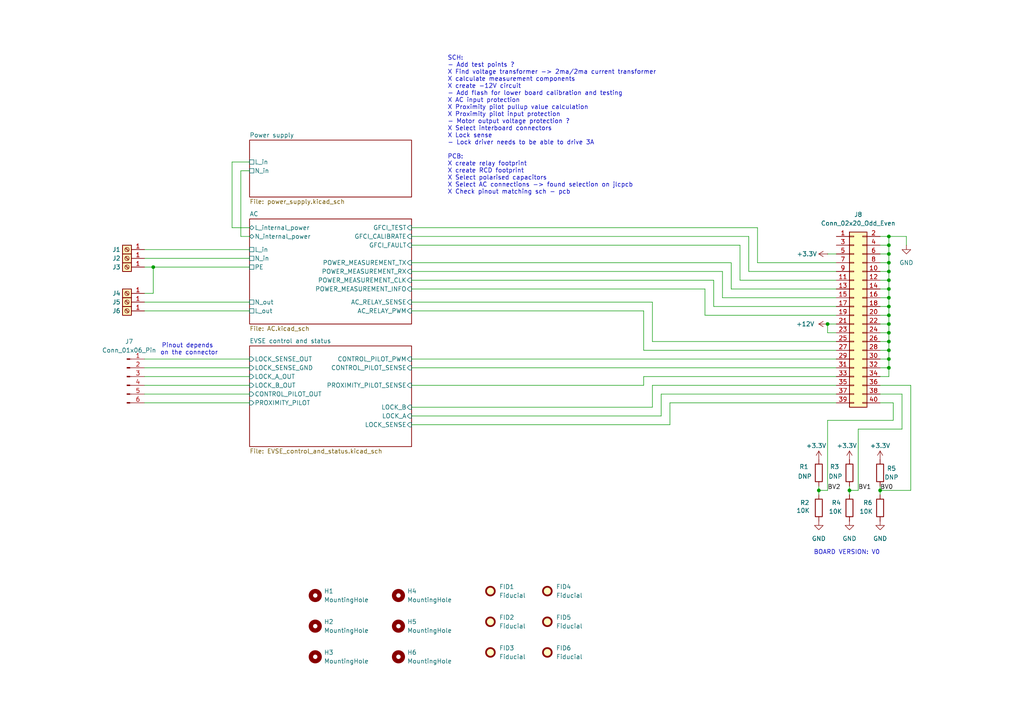
<source format=kicad_sch>
(kicad_sch (version 20231120) (generator "eeschema") (generator_version "8.0")
  (paper "A4")
  (title_block (title "EVSE") (date "2024-07-14") (rev "V2") (company "Blue Dot d.o.o.") (comment 1 "Lovro Oreskovic"))
  (lib_symbols
    (symbol "Connector:Conn_01x06_Pin" (pin_names (offset 1.016) hide)
      (property "Reference" "J" (at 0 7.62 0))
      (property "Value" "Conn_01x06_Pin" (at 0 -10.16 0))
      (symbol "Conn_01x06_Pin_1_1"
        (polyline (pts (xy 1.27 -7.62) (xy 0.8636 -7.62)) (stroke (width 0.1524)))
        (polyline (pts (xy 1.27 -5.08) (xy 0.8636 -5.08)) (stroke (width 0.1524)))
        (polyline (pts (xy 1.27 -2.54) (xy 0.8636 -2.54)) (stroke (width 0.1524)))
        (polyline (pts (xy 1.27 0) (xy 0.8636 0)) (stroke (width 0.1524)))
        (polyline (pts (xy 1.27 2.54) (xy 0.8636 2.54)) (stroke (width 0.1524)))
        (polyline (pts (xy 1.27 5.08) (xy 0.8636 5.08)) (stroke (width 0.1524)))
        (rectangle (start 0.8636 -7.493) (end 0 -7.747) (stroke (width 0.1524)) (fill (type outline)))
        (rectangle (start 0.8636 -4.953) (end 0 -5.207) (stroke (width 0.1524)) (fill (type outline)))
        (rectangle (start 0.8636 -2.413) (end 0 -2.667) (stroke (width 0.1524)) (fill (type outline)))
        (rectangle (start 0.8636 0.127) (end 0 -0.127) (stroke (width 0.1524)) (fill (type outline)))
        (rectangle (start 0.8636 2.667) (end 0 2.413) (stroke (width 0.1524)) (fill (type outline)))
        (rectangle (start 0.8636 5.207) (end 0 4.953) (stroke (width 0.1524)) (fill (type outline)))
        (pin passive line (at 5.08 5.08 180) (length 3.81) (name "Pin_1") (number "1"))
        (pin passive line (at 5.08 2.54 180) (length 3.81) (name "Pin_2") (number "2"))
        (pin passive line (at 5.08 0 180) (length 3.81) (name "Pin_3") (number "3"))
        (pin passive line (at 5.08 -2.54 180) (length 3.81) (name "Pin_4") (number "4"))
        (pin passive line (at 5.08 -5.08 180) (length 3.81) (name "Pin_5") (number "5"))
        (pin passive line (at 5.08 -7.62 180) (length 3.81) (name "Pin_6") (number "6"))
      )
    )
    (symbol "Connector:Screw_Terminal_01x01" (pin_names (offset 1.016) hide)
      (property "Reference" "J" (at 0 2.54 0))
      (property "Value" "Screw_Terminal_01x01" (at 0 -2.54 0))
      (symbol "Screw_Terminal_01x01_1_1"
        (rectangle (start -1.27 1.27) (end 1.27 -1.27) (stroke (width 0.254)) (fill (type background)))
        (polyline (pts (xy -0.5334 0.3302) (xy 0.3302 -0.508)) (stroke (width 0.1524)))
        (polyline (pts (xy -0.3556 0.508) (xy 0.508 -0.3302)) (stroke (width 0.1524)))
        (circle (center 0 0) (radius 0.635) (stroke (width 0.1524)))
        (pin passive line (at -5.08 0 0) (length 3.81) (name "Pin_1") (number "1"))
      )
    )
    (symbol "Connector_Generic:Conn_02x20_Odd_Even" (pin_names (offset 1.016) hide)
      (property "Reference" "J" (at 1.27 25.4 0))
      (property "Value" "Conn_02x20_Odd_Even" (at 1.27 -27.94 0))
      (symbol "Conn_02x20_Odd_Even_1_1"
        (rectangle (start -1.27 -25.273) (end 0 -25.527) (stroke (width 0.1524)))
        (rectangle (start -1.27 -22.733) (end 0 -22.987) (stroke (width 0.1524)))
        (rectangle (start -1.27 -20.193) (end 0 -20.447) (stroke (width 0.1524)))
        (rectangle (start -1.27 -17.653) (end 0 -17.907) (stroke (width 0.1524)))
        (rectangle (start -1.27 -15.113) (end 0 -15.367) (stroke (width 0.1524)))
        (rectangle (start -1.27 -12.573) (end 0 -12.827) (stroke (width 0.1524)))
        (rectangle (start -1.27 -10.033) (end 0 -10.287) (stroke (width 0.1524)))
        (rectangle (start -1.27 -7.493) (end 0 -7.747) (stroke (width 0.1524)))
        (rectangle (start -1.27 -4.953) (end 0 -5.207) (stroke (width 0.1524)))
        (rectangle (start -1.27 -2.413) (end 0 -2.667) (stroke (width 0.1524)))
        (rectangle (start -1.27 0.127) (end 0 -0.127) (stroke (width 0.1524)))
        (rectangle (start -1.27 2.667) (end 0 2.413) (stroke (width 0.1524)))
        (rectangle (start -1.27 5.207) (end 0 4.953) (stroke (width 0.1524)))
        (rectangle (start -1.27 7.747) (end 0 7.493) (stroke (width 0.1524)))
        (rectangle (start -1.27 10.287) (end 0 10.033) (stroke (width 0.1524)))
        (rectangle (start -1.27 12.827) (end 0 12.573) (stroke (width 0.1524)))
        (rectangle (start -1.27 15.367) (end 0 15.113) (stroke (width 0.1524)))
        (rectangle (start -1.27 17.907) (end 0 17.653) (stroke (width 0.1524)))
        (rectangle (start -1.27 20.447) (end 0 20.193) (stroke (width 0.1524)))
        (rectangle (start -1.27 22.987) (end 0 22.733) (stroke (width 0.1524)))
        (rectangle (start -1.27 24.13) (end 3.81 -26.67) (stroke (width 0.254)) (fill (type background)))
        (rectangle (start 3.81 -25.273) (end 2.54 -25.527) (stroke (width 0.1524)))
        (rectangle (start 3.81 -22.733) (end 2.54 -22.987) (stroke (width 0.1524)))
        (rectangle (start 3.81 -20.193) (end 2.54 -20.447) (stroke (width 0.1524)))
        (rectangle (start 3.81 -17.653) (end 2.54 -17.907) (stroke (width 0.1524)))
        (rectangle (start 3.81 -15.113) (end 2.54 -15.367) (stroke (width 0.1524)))
        (rectangle (start 3.81 -12.573) (end 2.54 -12.827) (stroke (width 0.1524)))
        (rectangle (start 3.81 -10.033) (end 2.54 -10.287) (stroke (width 0.1524)))
        (rectangle (start 3.81 -7.493) (end 2.54 -7.747) (stroke (width 0.1524)))
        (rectangle (start 3.81 -4.953) (end 2.54 -5.207) (stroke (width 0.1524)))
        (rectangle (start 3.81 -2.413) (end 2.54 -2.667) (stroke (width 0.1524)))
        (rectangle (start 3.81 0.127) (end 2.54 -0.127) (stroke (width 0.1524)))
        (rectangle (start 3.81 2.667) (end 2.54 2.413) (stroke (width 0.1524)))
        (rectangle (start 3.81 5.207) (end 2.54 4.953) (stroke (width 0.1524)))
        (rectangle (start 3.81 7.747) (end 2.54 7.493) (stroke (width 0.1524)))
        (rectangle (start 3.81 10.287) (end 2.54 10.033) (stroke (width 0.1524)))
        (rectangle (start 3.81 12.827) (end 2.54 12.573) (stroke (width 0.1524)))
        (rectangle (start 3.81 15.367) (end 2.54 15.113) (stroke (width 0.1524)))
        (rectangle (start 3.81 17.907) (end 2.54 17.653) (stroke (width 0.1524)))
        (rectangle (start 3.81 20.447) (end 2.54 20.193) (stroke (width 0.1524)))
        (rectangle (start 3.81 22.987) (end 2.54 22.733) (stroke (width 0.1524)))
        (pin passive line (at -5.08 22.86 0) (length 3.81) (name "Pin_1") (number "1"))
        (pin passive line (at 7.62 12.7 180) (length 3.81) (name "Pin_10") (number "10"))
        (pin passive line (at -5.08 10.16 0) (length 3.81) (name "Pin_11") (number "11"))
        (pin passive line (at 7.62 10.16 180) (length 3.81) (name "Pin_12") (number "12"))
        (pin passive line (at -5.08 7.62 0) (length 3.81) (name "Pin_13") (number "13"))
        (pin passive line (at 7.62 7.62 180) (length 3.81) (name "Pin_14") (number "14"))
        (pin passive line (at -5.08 5.08 0) (length 3.81) (name "Pin_15") (number "15"))
        (pin passive line (at 7.62 5.08 180) (length 3.81) (name "Pin_16") (number "16"))
        (pin passive line (at -5.08 2.54 0) (length 3.81) (name "Pin_17") (number "17"))
        (pin passive line (at 7.62 2.54 180) (length 3.81) (name "Pin_18") (number "18"))
        (pin passive line (at -5.08 0 0) (length 3.81) (name "Pin_19") (number "19"))
        (pin passive line (at 7.62 22.86 180) (length 3.81) (name "Pin_2") (number "2"))
        (pin passive line (at 7.62 0 180) (length 3.81) (name "Pin_20") (number "20"))
        (pin passive line (at -5.08 -2.54 0) (length 3.81) (name "Pin_21") (number "21"))
        (pin passive line (at 7.62 -2.54 180) (length 3.81) (name "Pin_22") (number "22"))
        (pin passive line (at -5.08 -5.08 0) (length 3.81) (name "Pin_23") (number "23"))
        (pin passive line (at 7.62 -5.08 180) (length 3.81) (name "Pin_24") (number "24"))
        (pin passive line (at -5.08 -7.62 0) (length 3.81) (name "Pin_25") (number "25"))
        (pin passive line (at 7.62 -7.62 180) (length 3.81) (name "Pin_26") (number "26"))
        (pin passive line (at -5.08 -10.16 0) (length 3.81) (name "Pin_27") (number "27"))
        (pin passive line (at 7.62 -10.16 180) (length 3.81) (name "Pin_28") (number "28"))
        (pin passive line (at -5.08 -12.7 0) (length 3.81) (name "Pin_29") (number "29"))
        (pin passive line (at -5.08 20.32 0) (length 3.81) (name "Pin_3") (number "3"))
        (pin passive line (at 7.62 -12.7 180) (length 3.81) (name "Pin_30") (number "30"))
        (pin passive line (at -5.08 -15.24 0) (length 3.81) (name "Pin_31") (number "31"))
        (pin passive line (at 7.62 -15.24 180) (length 3.81) (name "Pin_32") (number "32"))
        (pin passive line (at -5.08 -17.78 0) (length 3.81) (name "Pin_33") (number "33"))
        (pin passive line (at 7.62 -17.78 180) (length 3.81) (name "Pin_34") (number "34"))
        (pin passive line (at -5.08 -20.32 0) (length 3.81) (name "Pin_35") (number "35"))
        (pin passive line (at 7.62 -20.32 180) (length 3.81) (name "Pin_36") (number "36"))
        (pin passive line (at -5.08 -22.86 0) (length 3.81) (name "Pin_37") (number "37"))
        (pin passive line (at 7.62 -22.86 180) (length 3.81) (name "Pin_38") (number "38"))
        (pin passive line (at -5.08 -25.4 0) (length 3.81) (name "Pin_39") (number "39"))
        (pin passive line (at 7.62 20.32 180) (length 3.81) (name "Pin_4") (number "4"))
        (pin passive line (at 7.62 -25.4 180) (length 3.81) (name "Pin_40") (number "40"))
        (pin passive line (at -5.08 17.78 0) (length 3.81) (name "Pin_5") (number "5"))
        (pin passive line (at 7.62 17.78 180) (length 3.81) (name "Pin_6") (number "6"))
        (pin passive line (at -5.08 15.24 0) (length 3.81) (name "Pin_7") (number "7"))
        (pin passive line (at 7.62 15.24 180) (length 3.81) (name "Pin_8") (number "8"))
        (pin passive line (at -5.08 12.7 0) (length 3.81) (name "Pin_9") (number "9"))
      )
    )
    (symbol "Device:R" (pin_numbers hide) (pin_names (offset 0))
      (property "Reference" "R" (at 2.032 0 90))
      (property "Value" "R" (at 0 0 90))
      (symbol "R_0_1"
        (rectangle (start -1.016 -2.54) (end 1.016 2.54) (stroke (width 0.254)))
      )
      (symbol "R_1_1"
        (pin passive line (at 0 3.81 270) (length 1.27) (name "~") (number "1"))
        (pin passive line (at 0 -3.81 90) (length 1.27) (name "~") (number "2"))
      )
    )
    (symbol "Mechanical:Fiducial" (exclude_from_sim yes) (in_bom no)
      (property "Reference" "FID" (at 0 5.08 0))
      (property "Value" "Fiducial" (at 0 3.175 0))
      (symbol "Fiducial_0_1"
        (circle (center 0 0) (radius 1.27) (stroke (width 0.508)) (fill (type background)))
      )
    )
    (symbol "Mechanical:MountingHole" (pin_names (offset 1.016)) (exclude_from_sim yes) (in_bom no)
      (property "Reference" "H" (at 0 5.08 0))
      (property "Value" "MountingHole" (at 0 3.175 0))
      (symbol "MountingHole_0_1"
        (circle (center 0 0) (radius 1.27) (stroke (width 1.27)))
      )
    )
    (symbol "power:+12V" (power) (pin_numbers hide) (pin_names (offset 0) hide)
      (property "Value" "+12V" (at 0 3.556 0))
      (symbol "+12V_0_1"
        (polyline (pts (xy -0.762 1.27) (xy 0 2.54)))
        (polyline (pts (xy 0 0) (xy 0 2.54)))
        (polyline (pts (xy 0 2.54) (xy 0.762 1.27)))
      )
      (symbol "+12V_1_1"
        (pin power_in line (at 0 0 90) (length 0) (name "~") (number "1"))
      )
    )
    (symbol "power:+3.3V" (power) (pin_numbers hide) (pin_names (offset 0) hide)
      (property "Value" "+3.3V" (at 0 3.556 0))
      (symbol "+3.3V_0_1"
        (polyline (pts (xy -0.762 1.27) (xy 0 2.54)))
        (polyline (pts (xy 0 0) (xy 0 2.54)))
        (polyline (pts (xy 0 2.54) (xy 0.762 1.27)))
      )
      (symbol "+3.3V_1_1"
        (pin power_in line (at 0 0 90) (length 0) (name "~") (number "1"))
      )
    )
    (symbol "power:GND" (power) (pin_numbers hide) (pin_names (offset 0) hide)
      (property "Value" "GND" (at 0 -3.81 0))
      (symbol "GND_0_1"
        (polyline (pts (xy 0 0) (xy 0 -1.27) (xy 1.27 -1.27) (xy 0 -2.54) (xy -1.27 -1.27) (xy 0 -1.27)))
      )
      (symbol "GND_1_1"
        (pin power_in line (at 0 0 270) (length 0) (name "~") (number "1"))
      )
    )
  )
  (junction (at 240.03 93.98))
  (junction (at 257.81 81.28))
  (junction (at 257.81 68.58))
  (junction (at 257.81 73.66))
  (junction (at 257.81 88.9))
  (junction (at 257.81 83.82))
  (junction (at 257.81 78.74))
  (junction (at 257.81 99.06))
  (junction (at 257.81 104.14))
  (junction (at 257.81 86.36))
  (junction (at 257.81 91.44))
  (junction (at 44.45 77.47))
  (junction (at 246.38 142.24))
  (junction (at 255.27 142.24))
  (junction (at 237.49 142.24))
  (junction (at 257.81 76.2))
  (junction (at 257.81 101.6))
  (junction (at 257.81 71.12))
  (junction (at 257.81 96.52))
  (junction (at 257.81 106.68))
  (junction (at 257.81 93.98))
  (wire (pts (xy 209.55 86.36) (xy 242.57 86.36)))
  (wire (pts (xy 255.27 142.24) (xy 255.27 143.51)))
  (wire (pts (xy 72.39 66.04) (xy 67.31 66.04)))
  (wire (pts (xy 119.38 118.11) (xy 189.23 118.11)))
  (wire (pts (xy 257.81 76.2) (xy 257.81 78.74)))
  (wire (pts (xy 41.91 90.17) (xy 72.39 90.17)))
  (wire (pts (xy 119.38 123.19) (xy 194.31 123.19)))
  (wire (pts (xy 255.27 88.9) (xy 257.81 88.9)))
  (wire (pts (xy 119.38 87.63) (xy 189.23 87.63)))
  (wire (pts (xy 240.03 121.92) (xy 259.08 121.92)))
  (wire (pts (xy 41.91 104.14) (xy 72.39 104.14)))
  (wire (pts (xy 209.55 78.74) (xy 209.55 86.36)))
  (wire (pts (xy 255.27 68.58) (xy 257.81 68.58)))
  (wire (pts (xy 255.27 93.98) (xy 257.81 93.98)))
  (wire (pts (xy 119.38 83.82) (xy 204.47 83.82)))
  (wire (pts (xy 248.92 124.46) (xy 248.92 142.24)))
  (wire (pts (xy 255.27 140.97) (xy 255.27 142.24)))
  (wire (pts (xy 212.09 76.2) (xy 212.09 83.82)))
  (wire (pts (xy 255.27 109.22) (xy 257.81 109.22)))
  (wire (pts (xy 41.91 106.68) (xy 72.39 106.68)))
  (wire (pts (xy 41.91 114.3) (xy 72.39 114.3)))
  (wire (pts (xy 41.91 77.47) (xy 44.45 77.47)))
  (wire (pts (xy 255.27 76.2) (xy 257.81 76.2)))
  (wire (pts (xy 119.38 81.28) (xy 207.01 81.28)))
  (wire (pts (xy 119.38 71.12) (xy 214.63 71.12)))
  (wire (pts (xy 257.81 101.6) (xy 257.81 104.14)))
  (wire (pts (xy 261.62 114.3) (xy 261.62 124.46)))
  (wire (pts (xy 204.47 83.82) (xy 204.47 91.44)))
  (wire (pts (xy 186.69 101.6) (xy 242.57 101.6)))
  (wire (pts (xy 212.09 83.82) (xy 242.57 83.82)))
  (wire (pts (xy 186.69 111.76) (xy 186.69 109.22)))
  (wire (pts (xy 261.62 124.46) (xy 248.92 124.46)))
  (wire (pts (xy 246.38 142.24) (xy 248.92 142.24)))
  (wire (pts (xy 72.39 46.99) (xy 67.31 46.99)))
  (wire (pts (xy 72.39 49.53) (xy 69.85 49.53)))
  (wire (pts (xy 217.17 78.74) (xy 242.57 78.74)))
  (wire (pts (xy 119.38 78.74) (xy 209.55 78.74)))
  (wire (pts (xy 246.38 140.97) (xy 246.38 142.24)))
  (wire (pts (xy 207.01 88.9) (xy 242.57 88.9)))
  (wire (pts (xy 119.38 106.68) (xy 242.57 106.68)))
  (wire (pts (xy 240.03 121.92) (xy 240.03 142.24)))
  (wire (pts (xy 41.91 85.09) (xy 44.45 85.09)))
  (wire (pts (xy 41.91 116.84) (xy 72.39 116.84)))
  (wire (pts (xy 257.81 71.12) (xy 257.81 73.66)))
  (wire (pts (xy 240.03 93.98) (xy 240.03 96.52)))
  (wire (pts (xy 69.85 49.53) (xy 69.85 68.58)))
  (wire (pts (xy 255.27 73.66) (xy 257.81 73.66)))
  (wire (pts (xy 191.77 120.65) (xy 191.77 114.3)))
  (wire (pts (xy 69.85 68.58) (xy 72.39 68.58)))
  (wire (pts (xy 41.91 72.39) (xy 72.39 72.39)))
  (wire (pts (xy 41.91 111.76) (xy 72.39 111.76)))
  (wire (pts (xy 255.27 111.76) (xy 264.16 111.76)))
  (wire (pts (xy 257.81 68.58) (xy 257.81 71.12)))
  (wire (pts (xy 194.31 123.19) (xy 194.31 116.84)))
  (wire (pts (xy 257.81 106.68) (xy 257.81 109.22)))
  (wire (pts (xy 255.27 101.6) (xy 257.81 101.6)))
  (wire (pts (xy 41.91 74.93) (xy 72.39 74.93)))
  (wire (pts (xy 189.23 99.06) (xy 189.23 87.63)))
  (wire (pts (xy 257.81 83.82) (xy 257.81 86.36)))
  (wire (pts (xy 255.27 71.12) (xy 257.81 71.12)))
  (wire (pts (xy 262.89 68.58) (xy 257.81 68.58)))
  (wire (pts (xy 207.01 81.28) (xy 207.01 88.9)))
  (wire (pts (xy 257.81 99.06) (xy 257.81 101.6)))
  (wire (pts (xy 240.03 73.66) (xy 242.57 73.66)))
  (wire (pts (xy 119.38 76.2) (xy 212.09 76.2)))
  (wire (pts (xy 257.81 104.14) (xy 257.81 106.68)))
  (wire (pts (xy 257.81 91.44) (xy 257.81 93.98)))
  (wire (pts (xy 255.27 91.44) (xy 257.81 91.44)))
  (wire (pts (xy 44.45 85.09) (xy 44.45 77.47)))
  (wire (pts (xy 67.31 66.04) (xy 67.31 46.99)))
  (wire (pts (xy 257.81 88.9) (xy 257.81 91.44)))
  (wire (pts (xy 214.63 71.12) (xy 214.63 81.28)))
  (wire (pts (xy 255.27 86.36) (xy 257.81 86.36)))
  (wire (pts (xy 257.81 81.28) (xy 257.81 83.82)))
  (wire (pts (xy 219.71 76.2) (xy 219.71 66.04)))
  (wire (pts (xy 240.03 93.98) (xy 242.57 93.98)))
  (wire (pts (xy 255.27 104.14) (xy 257.81 104.14)))
  (wire (pts (xy 242.57 99.06) (xy 189.23 99.06)))
  (wire (pts (xy 240.03 142.24) (xy 237.49 142.24)))
  (wire (pts (xy 257.81 73.66) (xy 257.81 76.2)))
  (wire (pts (xy 119.38 90.17) (xy 186.69 90.17)))
  (wire (pts (xy 189.23 111.76) (xy 189.23 118.11)))
  (wire (pts (xy 191.77 114.3) (xy 242.57 114.3)))
  (wire (pts (xy 259.08 121.92) (xy 259.08 116.84)))
  (wire (pts (xy 41.91 87.63) (xy 72.39 87.63)))
  (wire (pts (xy 41.91 109.22) (xy 72.39 109.22)))
  (wire (pts (xy 255.27 106.68) (xy 257.81 106.68)))
  (wire (pts (xy 189.23 111.76) (xy 242.57 111.76)))
  (wire (pts (xy 259.08 116.84) (xy 255.27 116.84)))
  (wire (pts (xy 257.81 96.52) (xy 257.81 99.06)))
  (wire (pts (xy 255.27 78.74) (xy 257.81 78.74)))
  (wire (pts (xy 242.57 96.52) (xy 240.03 96.52)))
  (wire (pts (xy 44.45 77.47) (xy 72.39 77.47)))
  (wire (pts (xy 119.38 111.76) (xy 186.69 111.76)))
  (wire (pts (xy 119.38 120.65) (xy 191.77 120.65)))
  (wire (pts (xy 186.69 109.22) (xy 242.57 109.22)))
  (wire (pts (xy 262.89 71.12) (xy 262.89 68.58)))
  (wire (pts (xy 217.17 68.58) (xy 217.17 78.74)))
  (wire (pts (xy 194.31 116.84) (xy 242.57 116.84)))
  (wire (pts (xy 119.38 68.58) (xy 217.17 68.58)))
  (wire (pts (xy 186.69 90.17) (xy 186.69 101.6)))
  (wire (pts (xy 264.16 111.76) (xy 264.16 142.24)))
  (wire (pts (xy 214.63 81.28) (xy 242.57 81.28)))
  (wire (pts (xy 237.49 142.24) (xy 237.49 143.51)))
  (wire (pts (xy 242.57 76.2) (xy 219.71 76.2)))
  (wire (pts (xy 204.47 91.44) (xy 242.57 91.44)))
  (wire (pts (xy 119.38 104.14) (xy 242.57 104.14)))
  (wire (pts (xy 219.71 66.04) (xy 119.38 66.04)))
  (wire (pts (xy 246.38 142.24) (xy 246.38 143.51)))
  (wire (pts (xy 255.27 99.06) (xy 257.81 99.06)))
  (wire (pts (xy 255.27 142.24) (xy 264.16 142.24)))
  (wire (pts (xy 255.27 114.3) (xy 261.62 114.3)))
  (wire (pts (xy 255.27 81.28) (xy 257.81 81.28)))
  (wire (pts (xy 257.81 86.36) (xy 257.81 88.9)))
  (wire (pts (xy 237.49 140.97) (xy 237.49 142.24)))
  (wire (pts (xy 255.27 96.52) (xy 257.81 96.52)))
  (wire (pts (xy 255.27 83.82) (xy 257.81 83.82)))
  (wire (pts (xy 257.81 93.98) (xy 257.81 96.52)))
  (wire (pts (xy 257.81 78.74) (xy 257.81 81.28)))
  (text "BOARD VERSION: V0" (at 245.618 160.274 0) (effects (font (size 1.27 1.27))))
  (text "Pinout depends \non the connector" (at 54.864 101.346 0) (effects (font (size 1.27 1.27))))
  (text "SCH:\n- Add test points ?\nX Find voltage transformer -> 2ma/2ma current transformer\nX calculate measurement components\nX create -12V circuit\n- Add flash for lower board calibration and testing\nX AC input protection\nX Proximity pilot pullup value calculation\nX Proximity pilot input protection\n- Motor output voltage protection ?\nX Select interboard connectors\nX Lock sense\n- Lock driver needs to be able to drive 3A\n\nPCB: \nX create relay footprint\nX create RCD footprint\nX Select polarised capacitors\nX Select AC connections -> found selection on jlcpcb\nX Check pinout matching sch - pcb\n" (at 129.794 36.322 0) (effects (font (size 1.27 1.27)) (justify left)))
  (label "BV1" (at 248.92 142.24 0))
  (label "BV2" (at 240.03 142.24 0))
  (label "BV0" (at 255.27 142.24 0))
  (symbol (lib_id "Mechanical:MountingHole") (at 91.44 181.61 0) (unit 1) (exclude_from_sim yes) (in_bom no)
    (property "Reference" "H2" (at 93.98 180.3399 0) (effects (justify left)))
    (property "Value" "MountingHole" (at 93.98 182.8799 0) (effects (justify left)))
    (property "Footprint" "MountingHole:MountingHole_3.2mm_M3" (effects (hide yes)))
    (property "Description" "Mounting Hole without connection" (effects (hide yes)))
  )
  (symbol (lib_id "Connector:Screw_Terminal_01x01") (at 36.83 90.17 180) (unit 1)
    (property "Reference" "J6" (at 33.782 90.17 0))
    (property "Value" "Screw_Terminal_01x01" (effects (hide yes)))
    (property "Footprint" "multi_new:CONN-TH_T44001" (effects (hide yes)))
    (property "Description" "Generic screw terminal, single row, 01x01, script generated (kicad-library-utils/schlib/autogen/connector/)" (effects (hide yes)))
    (property "LCSC" "C481447" (effects (hide yes)))
  )
  (symbol (lib_id "Mechanical:MountingHole") (at 91.44 172.72 0) (unit 1) (exclude_from_sim yes) (in_bom no)
    (property "Reference" "H1" (at 93.98 171.4499 0) (effects (justify left)))
    (property "Value" "MountingHole" (at 93.98 173.9899 0) (effects (justify left)))
    (property "Footprint" "MountingHole:MountingHole_3.2mm_M3" (effects (hide yes)))
    (property "Description" "Mounting Hole without connection" (effects (hide yes)))
  )
  (symbol (lib_id "Connector:Screw_Terminal_01x01") (at 36.83 77.47 180) (unit 1)
    (property "Reference" "J3" (at 33.782 77.47 0))
    (property "Value" "Screw_Terminal_01x01" (effects (hide yes)))
    (property "Footprint" "multi_new:CONN-TH_T44001" (effects (hide yes)))
    (property "Description" "Generic screw terminal, single row, 01x01, script generated (kicad-library-utils/schlib/autogen/connector/)" (effects (hide yes)))
    (property "LCSC" "C481447" (effects (hide yes)))
  )
  (symbol (lib_id "Mechanical:MountingHole") (at 115.57 190.5 0) (unit 1) (exclude_from_sim yes) (in_bom no)
    (property "Reference" "H6" (at 118.11 189.2299 0) (effects (justify left)))
    (property "Value" "MountingHole" (at 118.11 191.7699 0) (effects (justify left)))
    (property "Footprint" "MountingHole:MountingHole_3.2mm_M3_Pad" (effects (hide yes)))
    (property "Description" "Mounting Hole without connection" (effects (hide yes)))
  )
  (symbol (lib_id "Mechanical:Fiducial") (at 158.75 189.23 0) (unit 1) (exclude_from_sim yes) (in_bom no)
    (property "Reference" "FID6" (at 161.29 187.9599 0) (effects (justify left)))
    (property "Value" "Fiducial" (at 161.29 190.4999 0) (effects (justify left)))
    (property "Footprint" "Fiducial:Fiducial_1mm_Mask3mm" (effects (hide yes)))
    (property "Description" "Fiducial Marker" (effects (hide yes)))
  )
  (symbol (lib_id "Mechanical:Fiducial") (at 142.24 171.45 0) (unit 1) (exclude_from_sim yes) (in_bom no)
    (property "Reference" "FID1" (at 144.78 170.1799 0) (effects (justify left)))
    (property "Value" "Fiducial" (at 144.78 172.7199 0) (effects (justify left)))
    (property "Footprint" "Fiducial:Fiducial_1mm_Mask3mm" (effects (hide yes)))
    (property "Description" "Fiducial Marker" (effects (hide yes)))
  )
  (symbol (lib_id "Connector:Screw_Terminal_01x01") (at 36.83 87.63 180) (unit 1)
    (property "Reference" "J5" (at 33.782 87.63 0))
    (property "Value" "Screw_Terminal_01x01" (effects (hide yes)))
    (property "Footprint" "multi_new:CONN-TH_T44001" (effects (hide yes)))
    (property "Description" "Generic screw terminal, single row, 01x01, script generated (kicad-library-utils/schlib/autogen/connector/)" (effects (hide yes)))
    (property "LCSC" "C481447" (effects (hide yes)))
  )
  (symbol (lib_id "power:+3.3V") (at 255.27 133.35 0) (unit 1)
    (property "Reference" "#PWR08" (effects (hide yes)))
    (property "Value" "+3.3V" (at 255.27 129.286 0))
    (property "Description" "Power symbol creates a global label with name \"+3.3V\"" (effects (hide yes)))
  )
  (symbol (lib_id "power:GND") (at 255.27 151.13 0) (unit 1)
    (property "Reference" "#PWR09" (effects (hide yes)))
    (property "Value" "GND" (at 255.27 156.21 0))
    (property "Description" "Power symbol creates a global label with name \"GND\" , ground" (effects (hide yes)))
  )
  (symbol (lib_id "Mechanical:MountingHole") (at 115.57 172.72 0) (unit 1) (exclude_from_sim yes) (in_bom no)
    (property "Reference" "H4" (at 118.11 171.4499 0) (effects (justify left)))
    (property "Value" "MountingHole" (at 118.11 173.9899 0) (effects (justify left)))
    (property "Footprint" "MountingHole:MountingHole_3.2mm_M3_Pad" (effects (hide yes)))
    (property "Description" "Mounting Hole without connection" (effects (hide yes)))
  )
  (symbol (lib_id "Mechanical:Fiducial") (at 158.75 171.45 0) (unit 1) (exclude_from_sim yes) (in_bom no)
    (property "Reference" "FID4" (at 161.29 170.1799 0) (effects (justify left)))
    (property "Value" "Fiducial" (at 161.29 172.7199 0) (effects (justify left)))
    (property "Footprint" "Fiducial:Fiducial_1mm_Mask3mm" (effects (hide yes)))
    (property "Description" "Fiducial Marker" (effects (hide yes)))
  )
  (symbol (lib_id "power:+3.3V") (at 246.38 133.35 0) (unit 1)
    (property "Reference" "#PWR06" (effects (hide yes)))
    (property "Value" "+3.3V" (at 245.618 129.286 0))
    (property "Description" "Power symbol creates a global label with name \"+3.3V\"" (effects (hide yes)))
  )
  (symbol (lib_id "Mechanical:MountingHole") (at 115.57 181.61 0) (unit 1) (exclude_from_sim yes) (in_bom no)
    (property "Reference" "H5" (at 118.11 180.3399 0) (effects (justify left)))
    (property "Value" "MountingHole" (at 118.11 182.8799 0) (effects (justify left)))
    (property "Footprint" "MountingHole:MountingHole_3.2mm_M3_Pad" (effects (hide yes)))
    (property "Description" "Mounting Hole without connection" (effects (hide yes)))
  )
  (symbol (lib_id "Device:R") (at 237.49 137.16 0) (unit 1)
    (property "Reference" "R1" (at 233.172 135.382 0))
    (property "Value" "DNP" (at 233.426 138.176 0))
    (property "Footprint" "Resistor_SMD:R_0603_1608Metric" (effects (hide yes)))
    (property "Description" "Resistor" (effects (hide yes)))
  )
  (symbol (lib_id "Mechanical:MountingHole") (at 91.44 190.5 0) (unit 1) (exclude_from_sim yes) (in_bom no)
    (property "Reference" "H3" (at 93.98 189.2299 0) (effects (justify left)))
    (property "Value" "MountingHole" (at 93.98 191.7699 0) (effects (justify left)))
    (property "Footprint" "MountingHole:MountingHole_3.2mm_M3_Pad" (effects (hide yes)))
    (property "Description" "Mounting Hole without connection" (effects (hide yes)))
  )
  (symbol (lib_id "Device:R") (at 237.49 147.32 0) (unit 1)
    (property "Reference" "R2" (at 233.426 145.796 0))
    (property "Value" "10K" (at 232.918 148.082 0))
    (property "Footprint" "Resistor_SMD:R_0603_1608Metric" (effects (hide yes)))
    (property "Description" "Resistor" (effects (hide yes)))
    (property "LCSC" "C25804" (effects (hide yes)))
  )
  (symbol (lib_id "Connector:Screw_Terminal_01x01") (at 36.83 72.39 180) (unit 1)
    (property "Reference" "J1" (at 33.782 72.39 0))
    (property "Value" "Screw_Terminal_01x01" (effects (hide yes)))
    (property "Footprint" "multi_new:CONN-TH_T44001" (effects (hide yes)))
    (property "Description" "Generic screw terminal, single row, 01x01, script generated (kicad-library-utils/schlib/autogen/connector/)" (effects (hide yes)))
    (property "LCSC" "C481447" (effects (hide yes)))
  )
  (symbol (lib_id "power:GND") (at 237.49 151.13 0) (unit 1)
    (property "Reference" "#PWR02" (effects (hide yes)))
    (property "Value" "GND" (at 237.49 156.21 0))
    (property "Description" "Power symbol creates a global label with name \"GND\" , ground" (effects (hide yes)))
  )
  (symbol (lib_id "power:GND") (at 262.89 71.12 0) (unit 1)
    (property "Reference" "#PWR010" (effects (hide yes)))
    (property "Value" "GND" (at 262.89 76.2 0))
    (property "Description" "Power symbol creates a global label with name \"GND\" , ground" (effects (hide yes)))
  )
  (symbol (lib_id "Connector:Conn_01x06_Pin") (at 36.83 109.22 0) (unit 1)
    (property "Reference" "J7" (at 37.465 99.06 0))
    (property "Value" "Conn_01x06_Pin" (at 37.465 101.6 0))
    (property "Footprint" "Connector_PinHeader_2.54mm:PinHeader_1x06_P2.54mm_Horizontal" (effects (hide yes)))
    (property "Description" "Generic connector, single row, 01x06, script generated" (effects (hide yes)))
    (property "LCSC" "C56816" (effects (hide yes)))
  )
  (symbol (lib_id "power:GND") (at 246.38 151.13 0) (unit 1)
    (property "Reference" "#PWR07" (effects (hide yes)))
    (property "Value" "GND" (at 246.38 156.21 0))
    (property "Description" "Power symbol creates a global label with name \"GND\" , ground" (effects (hide yes)))
  )
  (symbol (lib_id "Device:R") (at 255.27 147.32 0) (unit 1)
    (property "Reference" "R6" (at 251.714 145.796 0))
    (property "Value" "10K" (at 251.206 148.336 0))
    (property "Footprint" "Resistor_SMD:R_0603_1608Metric" (effects (hide yes)))
    (property "Description" "Resistor" (effects (hide yes)))
    (property "LCSC" "C25804" (effects (hide yes)))
  )
  (symbol (lib_id "power:+3.3V") (at 240.03 73.66 90) (unit 1)
    (property "Reference" "#PWR05" (effects (hide yes)))
    (property "Value" "+3.3V" (at 236.982 73.66 90) (effects (justify left)))
    (property "Description" "Power symbol creates a global label with name \"+3.3V\"" (effects (hide yes)))
  )
  (symbol (lib_id "Connector_Generic:Conn_02x20_Odd_Even") (at 247.65 91.44 0) (unit 1)
    (property "Reference" "J8" (at 248.92 62.23 0))
    (property "Value" "Conn_02x20_Odd_Even" (at 248.92 64.77 0))
    (property "Footprint" "Connector_PinHeader_2.54mm:PinHeader_2x20_P2.54mm_Vertical" (effects (hide yes)))
    (property "Description" "Generic connector, double row, 02x20, odd/even pin numbering scheme (row 1 odd numbers, row 2 even numbers), script generated (kicad-library-utils/schlib/autogen/connector/)" (effects (hide yes)))
  )
  (symbol (lib_id "Device:R") (at 246.38 137.16 0) (unit 1)
    (property "Reference" "R3" (at 242.062 135.382 0))
    (property "Value" "DNP" (at 242.316 138.176 0))
    (property "Footprint" "Resistor_SMD:R_0603_1608Metric" (effects (hide yes)))
    (property "Description" "Resistor" (effects (hide yes)))
  )
  (symbol (lib_id "power:+12V") (at 240.03 93.98 90) (unit 1)
    (property "Reference" "#PWR03" (effects (hide yes)))
    (property "Value" "+12V" (at 236.22 93.9799 90) (effects (justify left)))
    (property "Description" "Power symbol creates a global label with name \"+12V\"" (effects (hide yes)))
  )
  (symbol (lib_id "Connector:Screw_Terminal_01x01") (at 36.83 85.09 180) (unit 1)
    (property "Reference" "J4" (at 33.782 85.09 0))
    (property "Value" "Screw_Terminal_01x01" (effects (hide yes)))
    (property "Footprint" "multi_new:CONN-TH_T44001" (effects (hide yes)))
    (property "Description" "Generic screw terminal, single row, 01x01, script generated (kicad-library-utils/schlib/autogen/connector/)" (effects (hide yes)))
    (property "LCSC" "C481447" (effects (hide yes)))
  )
  (symbol (lib_id "Mechanical:Fiducial") (at 158.75 180.34 0) (unit 1) (exclude_from_sim yes) (in_bom no)
    (property "Reference" "FID5" (at 161.29 179.0699 0) (effects (justify left)))
    (property "Value" "Fiducial" (at 161.29 181.6099 0) (effects (justify left)))
    (property "Footprint" "Fiducial:Fiducial_1mm_Mask3mm" (effects (hide yes)))
    (property "Description" "Fiducial Marker" (effects (hide yes)))
  )
  (symbol (lib_id "Connector:Screw_Terminal_01x01") (at 36.83 74.93 180) (unit 1)
    (property "Reference" "J2" (at 33.782 74.93 0))
    (property "Value" "Screw_Terminal_01x01" (effects (hide yes)))
    (property "Footprint" "multi_new:CONN-TH_T44001" (effects (hide yes)))
    (property "Description" "Generic screw terminal, single row, 01x01, script generated (kicad-library-utils/schlib/autogen/connector/)" (effects (hide yes)))
    (property "LCSC" "C481447" (effects (hide yes)))
  )
  (symbol (lib_id "Device:R") (at 246.38 147.32 0) (unit 1)
    (property "Reference" "R4" (at 242.57 145.796 0))
    (property "Value" "10K" (at 242.316 148.336 0))
    (property "Footprint" "Resistor_SMD:R_0603_1608Metric" (effects (hide yes)))
    (property "Description" "Resistor" (effects (hide yes)))
    (property "LCSC" "C25804" (effects (hide yes)))
  )
  (symbol (lib_id "Mechanical:Fiducial") (at 142.24 189.23 0) (unit 1) (exclude_from_sim yes) (in_bom no)
    (property "Reference" "FID3" (at 144.78 187.9599 0) (effects (justify left)))
    (property "Value" "Fiducial" (at 144.78 190.4999 0) (effects (justify left)))
    (property "Footprint" "Fiducial:Fiducial_1mm_Mask3mm" (effects (hide yes)))
    (property "Description" "Fiducial Marker" (effects (hide yes)))
  )
  (symbol (lib_id "Device:R") (at 255.27 137.16 0) (unit 1)
    (property "Reference" "R5" (at 258.572 135.89 0))
    (property "Value" "DNP" (at 258.572 138.43 0))
    (property "Footprint" "Resistor_SMD:R_0603_1608Metric" (effects (hide yes)))
    (property "Description" "Resistor" (effects (hide yes)))
  )
  (symbol (lib_id "Mechanical:Fiducial") (at 142.24 180.34 0) (unit 1) (exclude_from_sim yes) (in_bom no)
    (property "Reference" "FID2" (at 144.78 179.0699 0) (effects (justify left)))
    (property "Value" "Fiducial" (at 144.78 181.6099 0) (effects (justify left)))
    (property "Footprint" "Fiducial:Fiducial_1mm_Mask3mm" (effects (hide yes)))
    (property "Description" "Fiducial Marker" (effects (hide yes)))
  )
  (symbol (lib_id "power:+3.3V") (at 237.49 133.35 0) (unit 1)
    (property "Reference" "#PWR01" (effects (hide yes)))
    (property "Value" "+3.3V" (at 236.728 129.286 0))
    (property "Description" "Power symbol creates a global label with name \"+3.3V\"" (effects (hide yes)))
  )
  (sheet (at 72.39 40.64) (size 46.99 16.51) (stroke (width 0.1524))
    (property "Sheetname" "Power supply" (at 72.39 39.9284 0) (effects (justify left bottom)))
    (property "Sheetfile" "power_supply.kicad_sch" (at 72.39 57.7346 0) (effects (justify left top)))
    (pin "N_in" passive (at 72.39 49.53 180))
    (pin "L_in" passive (at 72.39 46.99 180))
  )
  (sheet (at 72.39 100.33) (size 46.99 29.21) (stroke (width 0.1524))
    (property "Sheetname" "EVSE control and status" (at 72.39 99.6184 0) (effects (justify left bottom)))
    (property "Sheetfile" "EVSE_control_and_status.kicad_sch" (at 72.39 130.1246 0) (effects (justify left top)))
    (pin "CONTROL_PILOT_PWM" input (at 119.38 104.14 0))
    (pin "PROXIMITY_PILOT" input (at 72.39 116.84 180))
    (pin "LOCK_A_OUT" input (at 72.39 109.22 180))
    (pin "LOCK_B" input (at 119.38 118.11 0))
    (pin "LOCK_A" input (at 119.38 120.65 0))
    (pin "LOCK_B_OUT" input (at 72.39 111.76 180))
    (pin "PROXIMITY_PILOT_SENSE" input (at 119.38 111.76 0))
    (pin "CONTROL_PILOT_OUT" input (at 72.39 114.3 180))
    (pin "CONTROL_PILOT_SENSE" input (at 119.38 106.68 0))
    (pin "LOCK_SENSE_GND" input (at 72.39 106.68 180))
    (pin "LOCK_SENSE_OUT" input (at 72.39 104.14 180))
    (pin "LOCK_SENSE" input (at 119.38 123.19 0))
  )
  (sheet (at 72.39 63.5) (size 46.99 30.48) (stroke (width 0.1524))
    (property "Sheetname" "AC" (at 72.39 62.7884 0) (effects (justify left bottom)))
    (property "Sheetfile" "AC.kicad_sch" (at 72.39 94.5646 0) (effects (justify left top)))
    (pin "PE" passive (at 72.39 77.47 180))
    (pin "L_in" passive (at 72.39 72.39 180))
    (pin "N_in" passive (at 72.39 74.93 180))
    (pin "N_out" passive (at 72.39 87.63 180))
    (pin "L_out" passive (at 72.39 90.17 180))
    (pin "AC_RELAY_SENSE" input (at 119.38 87.63 0))
    (pin "AC_RELAY_PWM" input (at 119.38 90.17 0))
    (pin "GFCI_CALIBRATE" input (at 119.38 68.58 0))
    (pin "GFCI_TEST" input (at 119.38 66.04 0))
    (pin "GFCI_FAULT" input (at 119.38 71.12 0))
    (pin "POWER_MEASUREMENT_INFO" input (at 119.38 83.82 0))
    (pin "POWER_MEASUREMENT_RX" input (at 119.38 78.74 0))
    (pin "POWER_MEASUREMENT_TX" input (at 119.38 76.2 0))
    (pin "POWER_MEASUREMENT_CLK" input (at 119.38 81.28 0))
    (pin "N_internal_power" bidirectional (at 72.39 68.58 180))
    (pin "L_internal_power" bidirectional (at 72.39 66.04 180))
  )
)
</source>
